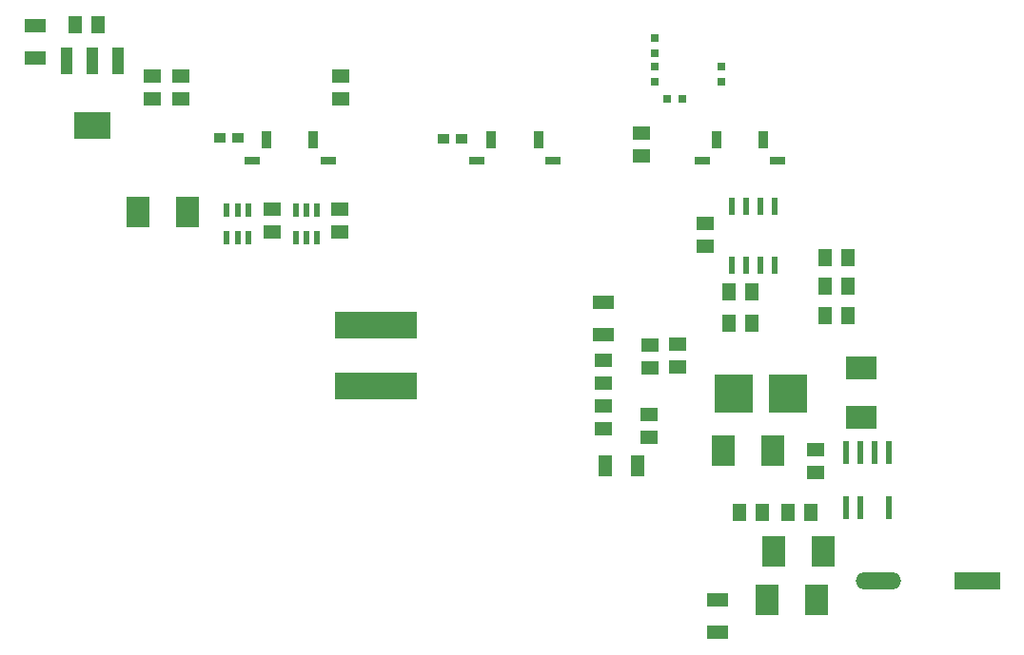
<source format=gtp>
G04 Layer_Color=8421504*
%FSLAX44Y44*%
%MOMM*%
G71*
G01*
G75*
%ADD12R,0.7500X0.8000*%
%ADD13R,0.8000X0.7500*%
%ADD14R,1.0000X0.9500*%
%ADD15R,1.6002X1.2700*%
%ADD16R,1.8500X1.3000*%
%ADD17R,3.3000X2.4000*%
%ADD18R,1.0000X2.4000*%
%ADD19R,1.2700X1.6002*%
%ADD20R,1.4500X0.8000*%
%ADD21R,0.9000X1.5000*%
%ADD23R,0.6000X1.2000*%
%ADD24R,0.6000X2.0000*%
%ADD25R,7.3500X2.4000*%
%ADD26R,3.5000X3.5000*%
%ADD27R,2.1590X2.7430*%
%ADD28R,2.7430X2.1590*%
%ADD29O,4.0640X1.5000*%
%ADD30R,4.0640X1.5000*%
%ADD31R,0.5080X1.5240*%
%ADD32R,1.3000X1.8500*%
D12*
X1109363Y1094673D02*
D03*
X1095863D02*
D03*
D13*
X1084833Y1123013D02*
D03*
Y1109513D02*
D03*
X1085087Y1135567D02*
D03*
Y1149067D02*
D03*
X1144269Y1123667D02*
D03*
Y1110167D02*
D03*
D14*
X713611Y1060129D02*
D03*
X697611D02*
D03*
X913127Y1059113D02*
D03*
X897127D02*
D03*
D15*
X663193Y1114993D02*
D03*
Y1094673D02*
D03*
X637793Y1114993D02*
D03*
Y1094673D02*
D03*
X1072895Y1044127D02*
D03*
Y1064447D02*
D03*
X805179Y1094419D02*
D03*
Y1114739D02*
D03*
X1227582Y761644D02*
D03*
Y781964D02*
D03*
X744728Y996594D02*
D03*
Y976274D02*
D03*
X804418Y996594D02*
D03*
Y976274D02*
D03*
X1080770Y854862D02*
D03*
Y875182D02*
D03*
X1039368Y861974D02*
D03*
Y841654D02*
D03*
X1080008Y793394D02*
D03*
Y813714D02*
D03*
X1105408Y875944D02*
D03*
Y855624D02*
D03*
X1129538Y983894D02*
D03*
Y963574D02*
D03*
X1039368Y801014D02*
D03*
Y821334D02*
D03*
D16*
X533145Y1130697D02*
D03*
Y1159697D02*
D03*
X1140460Y619636D02*
D03*
Y648636D02*
D03*
X1039114Y913326D02*
D03*
Y884326D02*
D03*
D17*
X584453Y1070753D02*
D03*
D18*
X561453Y1128753D02*
D03*
X584453Y1128753D02*
D03*
X607453Y1128753D02*
D03*
D19*
X589533Y1160713D02*
D03*
X569213D02*
D03*
X1236218Y901090D02*
D03*
X1256538D02*
D03*
X1203452Y726338D02*
D03*
X1223772D02*
D03*
X1160018Y726592D02*
D03*
X1180338D02*
D03*
X1151128Y894994D02*
D03*
X1171448D02*
D03*
X1236218Y928014D02*
D03*
X1256538D02*
D03*
X1171448Y922934D02*
D03*
X1151128D02*
D03*
X1236218Y953414D02*
D03*
X1256538D02*
D03*
D20*
X726439Y1039553D02*
D03*
X793901D02*
D03*
X994053D02*
D03*
X926591D02*
D03*
X1126743Y1039555D02*
D03*
X1194205D02*
D03*
D21*
X739113Y1058349D02*
D03*
X781125D02*
D03*
X981277D02*
D03*
X939265D02*
D03*
X1139417Y1058351D02*
D03*
X1181429D02*
D03*
D23*
X784454Y995886D02*
D03*
X774954D02*
D03*
X765454D02*
D03*
Y970886D02*
D03*
X774954D02*
D03*
X784454D02*
D03*
X722986D02*
D03*
X713486D02*
D03*
X703986D02*
D03*
Y995886D02*
D03*
X713486D02*
D03*
X722986D02*
D03*
D24*
X1255014Y730678D02*
D03*
X1267714D02*
D03*
X1293114D02*
D03*
X1255014Y779678D02*
D03*
X1267714D02*
D03*
X1280414D02*
D03*
X1293114D02*
D03*
D25*
X836930Y893288D02*
D03*
Y838788D02*
D03*
D26*
X1154608Y831764D02*
D03*
X1203608D02*
D03*
D27*
X1190750Y691286D02*
D03*
X1234950D02*
D03*
X1145538Y781202D02*
D03*
X1189738D02*
D03*
X1228598Y648614D02*
D03*
X1184398D02*
D03*
X669040Y993546D02*
D03*
X624840D02*
D03*
D28*
X1268222Y810918D02*
D03*
Y855118D02*
D03*
D29*
X1283716Y665124D02*
D03*
D30*
X1371346D02*
D03*
D31*
X1153668Y998499D02*
D03*
X1166368D02*
D03*
X1179068D02*
D03*
X1191768D02*
D03*
Y946429D02*
D03*
X1179068D02*
D03*
X1166368D02*
D03*
X1153668D02*
D03*
D32*
X1040848Y767994D02*
D03*
X1069848D02*
D03*
M02*

</source>
